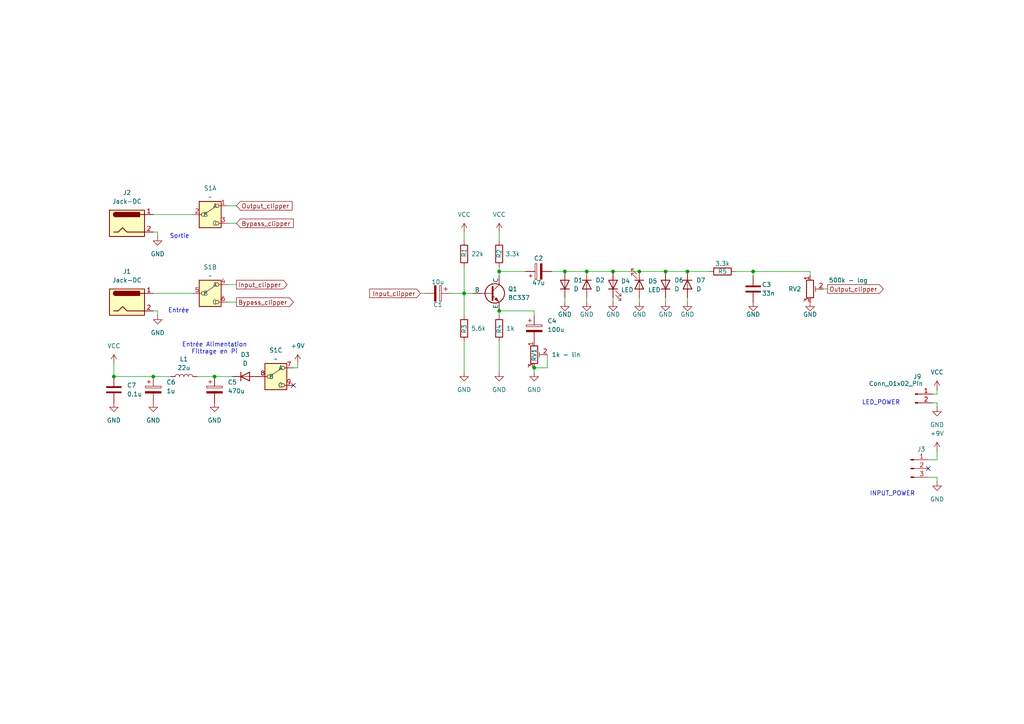
<source format=kicad_sch>
(kicad_sch (version 20250114) (generator "eeschema") (generator_version "9.0")
  (paper "A4")
  (lib_symbols
    (symbol "Connector:Conn_01x02_Pin" (pin_names (offset 1.016) (hide yes))
      (property "Reference" "J" (at 0 2.54 0))
      (property "Value" "Conn_01x02_Pin" (at 0 -5.08 0))
      (symbol "Conn_01x02_Pin_1_1"
        (rectangle (start 0.8636 0.127) (end 0 -0.127) (stroke (width 0.1524)) (fill (type outline)))
        (rectangle (start 0.8636 -2.413) (end 0 -2.667) (stroke (width 0.1524)) (fill (type outline)))
        (polyline (pts (xy 1.27 0) (xy 0.8636 0)) (stroke (width 0.1524)))
        (polyline (pts (xy 1.27 -2.54) (xy 0.8636 -2.54)) (stroke (width 0.1524)))
        (pin passive line (at 5.08 0 180) (length 3.81) (name "Pin_1") (number "1"))
        (pin passive line (at 5.08 -2.54 180) (length 3.81) (name "Pin_2") (number "2"))
      )
    )
    (symbol "Connector:Conn_01x03_Pin" (pin_names (offset 1.016) (hide yes))
      (property "Reference" "J" (at 0 5.08 0))
      (property "Value" "Conn_01x03_Pin" (at 0 -5.08 0))
      (symbol "Conn_01x03_Pin_1_1"
        (rectangle (start 0.8636 2.667) (end 0 2.413) (stroke (width 0.1524)) (fill (type outline)))
        (rectangle (start 0.8636 0.127) (end 0 -0.127) (stroke (width 0.1524)) (fill (type outline)))
        (rectangle (start 0.8636 -2.413) (end 0 -2.667) (stroke (width 0.1524)) (fill (type outline)))
        (polyline (pts (xy 1.27 2.54) (xy 0.8636 2.54)) (stroke (width 0.1524)))
        (polyline (pts (xy 1.27 0) (xy 0.8636 0)) (stroke (width 0.1524)))
        (polyline (pts (xy 1.27 -2.54) (xy 0.8636 -2.54)) (stroke (width 0.1524)))
        (pin passive line (at 5.08 2.54 180) (length 3.81) (name "Pin_1") (number "1"))
        (pin passive line (at 5.08 0 180) (length 3.81) (name "Pin_2") (number "2"))
        (pin passive line (at 5.08 -2.54 180) (length 3.81) (name "Pin_3") (number "3"))
      )
    )
    (symbol "Connector:Jack-DC" (pin_names (offset 1.016))
      (property "Reference" "J" (at 0 5.334 0))
      (property "Value" "Jack-DC" (at 0 -5.08 0))
      (symbol "Jack-DC_0_1"
        (rectangle (start -5.08 3.81) (end 5.08 -3.81) (stroke (width 0.254)) (fill (type background)))
        (polyline (pts (xy -3.81 -2.54) (xy -2.54 -2.54) (xy -1.27 -1.27) (xy 0 -2.54) (xy 2.54 -2.54) (xy 5.08 -2.54)) (stroke (width 0.254)))
        (arc (start -3.302 1.905) (mid -3.9343 2.54) (end -3.302 3.175) (stroke (width 0.254)))
        (arc (start -3.302 1.905) (mid -3.9343 2.54) (end -3.302 3.175) (stroke (width 0.254)) (fill (type outline)))
        (rectangle (start 3.683 3.175) (end -3.302 1.905) (stroke (width 0.254)) (fill (type outline)))
        (polyline (pts (xy 5.08 2.54) (xy 3.81 2.54)) (stroke (width 0.254)))
      )
      (symbol "Jack-DC_1_1"
        (pin passive line (at 7.62 2.54 180) (length 2.54) (name "~") (number "1"))
        (pin passive line (at 7.62 -2.54 180) (length 2.54) (name "~") (number "2"))
      )
    )
    (symbol "Device:C" (pin_numbers (hide yes)) (pin_names (offset 0.254))
      (property "Reference" "C" (at 0.635 2.54 0))
      (property "Value" "C" (at 0.635 -2.54 0))
      (symbol "C_0_1"
        (polyline (pts (xy -2.032 0.762) (xy 2.032 0.762)) (stroke (width 0.508)))
        (polyline (pts (xy -2.032 -0.762) (xy 2.032 -0.762)) (stroke (width 0.508)))
      )
      (symbol "C_1_1"
        (pin passive line (at 0 3.81 270) (length 2.794) (name "~") (number "1"))
        (pin passive line (at 0 -3.81 90) (length 2.794) (name "~") (number "2"))
      )
    )
    (symbol "Device:C_Polarized" (pin_numbers (hide yes)) (pin_names (offset 0.254))
      (property "Reference" "C" (at 0.635 2.54 0))
      (property "Value" "C_Polarized" (at 0.635 -2.54 0))
      (symbol "C_Polarized_0_1"
        (rectangle (start -2.286 0.508) (end 2.286 1.016))
        (polyline (pts (xy -1.778 2.286) (xy -0.762 2.286)))
        (polyline (pts (xy -1.27 2.794) (xy -1.27 1.778)))
        (rectangle (start 2.286 -0.508) (end -2.286 -1.016) (fill (type outline)))
      )
      (symbol "C_Polarized_1_1"
        (pin passive line (at 0 3.81 270) (length 2.794) (name "~") (number "1"))
        (pin passive line (at 0 -3.81 90) (length 2.794) (name "~") (number "2"))
      )
    )
    (symbol "Device:D" (pin_numbers (hide yes)) (pin_names (offset 1.016) (hide yes))
      (property "Reference" "D" (at 0 2.54 0))
      (property "Value" "D" (at 0 -2.54 0))
      (symbol "D_0_1"
        (polyline (pts (xy -1.27 1.27) (xy -1.27 -1.27)) (stroke (width 0.254)))
        (polyline (pts (xy 1.27 1.27) (xy 1.27 -1.27) (xy -1.27 0) (xy 1.27 1.27)) (stroke (width 0.254)))
        (polyline (pts (xy 1.27 0) (xy -1.27 0)))
      )
      (symbol "D_1_1"
        (pin passive line (at -3.81 0 0) (length 2.54) (name "K") (number "1"))
        (pin passive line (at 3.81 0 180) (length 2.54) (name "A") (number "2"))
      )
    )
    (symbol "Device:L" (pin_numbers (hide yes)) (pin_names (offset 1.016) (hide yes))
      (property "Reference" "L" (at -1.27 0 90))
      (property "Value" "L" (at 1.905 0 90))
      (symbol "L_0_1"
        (arc (start 0 2.54) (mid 0.6323 1.905) (end 0 1.27))
        (arc (start 0 1.27) (mid 0.6323 0.635) (end 0 0))
        (arc (start 0 0) (mid 0.6323 -0.635) (end 0 -1.27))
        (arc (start 0 -1.27) (mid 0.6323 -1.905) (end 0 -2.54))
      )
      (symbol "L_1_1"
        (pin passive line (at 0 3.81 270) (length 1.27) (name "1") (number "1"))
        (pin passive line (at 0 -3.81 90) (length 1.27) (name "2") (number "2"))
      )
    )
    (symbol "Device:LED" (pin_numbers (hide yes)) (pin_names (offset 1.016) (hide yes))
      (property "Reference" "D" (at 0 2.54 0))
      (property "Value" "LED" (at 0 -2.54 0))
      (symbol "LED_0_1"
        (polyline (pts (xy -3.048 -0.762) (xy -4.572 -2.286) (xy -3.81 -2.286) (xy -4.572 -2.286) (xy -4.572 -1.524)))
        (polyline (pts (xy -1.778 -0.762) (xy -3.302 -2.286) (xy -2.54 -2.286) (xy -3.302 -2.286) (xy -3.302 -1.524)))
        (polyline (pts (xy -1.27 0) (xy 1.27 0)))
        (polyline (pts (xy -1.27 -1.27) (xy -1.27 1.27)) (stroke (width 0.254)))
        (polyline (pts (xy 1.27 -1.27) (xy 1.27 1.27) (xy -1.27 0) (xy 1.27 -1.27)) (stroke (width 0.254)))
      )
      (symbol "LED_1_1"
        (pin passive line (at -3.81 0 0) (length 2.54) (name "K") (number "1"))
        (pin passive line (at 3.81 0 180) (length 2.54) (name "A") (number "2"))
      )
    )
    (symbol "Device:R" (pin_numbers (hide yes)) (pin_names (offset 0))
      (property "Reference" "R" (at 2.032 0 90))
      (property "Value" "R" (at 0 0 90))
      (symbol "R_0_1"
        (rectangle (start -1.016 -2.54) (end 1.016 2.54) (stroke (width 0.254)))
      )
      (symbol "R_1_1"
        (pin passive line (at 0 3.81 270) (length 1.27) (name "~") (number "1"))
        (pin passive line (at 0 -3.81 90) (length 1.27) (name "~") (number "2"))
      )
    )
    (symbol "Device:R_Potentiometer_Trim" (pin_names (offset 1.016) (hide yes))
      (property "Reference" "RV" (at -4.445 0 90))
      (property "Value" "R_Potentiometer_Trim" (at -2.54 0 90))
      (symbol "R_Potentiometer_Trim_0_1"
        (rectangle (start 1.016 2.54) (end -1.016 -2.54) (stroke (width 0.254)))
        (polyline (pts (xy 1.524 0.762) (xy 1.524 -0.762)))
        (polyline (pts (xy 2.54 0) (xy 1.524 0)))
      )
      (symbol "R_Potentiometer_Trim_1_1"
        (pin passive line (at 0 3.81 270) (length 1.27) (name "1") (number "1"))
        (pin passive line (at 0 -3.81 90) (length 1.27) (name "3") (number "3"))
        (pin passive line (at 3.81 0 180) (length 1.27) (name "2") (number "2"))
      )
    )
    (symbol "Simulation_SPICE:NPN" (pin_numbers (hide yes)) (pin_names (offset 0))
      (property "Reference" "Q" (at -2.54 7.62 0))
      (property "Value" "NPN" (at -2.54 5.08 0))
      (symbol "NPN_0_1"
        (polyline (pts (xy -2.54 0) (xy 0.635 0)) (stroke (width 0.1524)))
        (polyline (pts (xy 0.635 1.905) (xy 0.635 -1.905) (xy 0.635 -1.905)) (stroke (width 0.508)))
        (polyline (pts (xy 0.635 0.635) (xy 2.54 2.54)))
        (polyline (pts (xy 0.635 -0.635) (xy 2.54 -2.54) (xy 2.54 -2.54)))
        (circle (center 1.27 0) (radius 2.8194) (stroke (width 0.254)))
        (polyline (pts (xy 1.27 -1.778) (xy 1.778 -1.27) (xy 2.286 -2.286) (xy 1.27 -1.778) (xy 1.27 -1.778)) (fill (type outline)))
        (polyline (pts (xy 2.794 -1.27) (xy 2.794 -1.27)) (stroke (width 0.1524)))
        (polyline (pts (xy 2.794 -1.27) (xy 2.794 -1.27)) (stroke (width 0.1524)))
      )
      (symbol "NPN_1_1"
        (pin input line (at -5.08 0 0) (length 2.54) (name "B") (number "2"))
        (pin open_collector line (at 2.54 5.08 270) (length 2.54) (name "C") (number "1"))
        (pin open_emitter line (at 2.54 -5.08 90) (length 2.54) (name "E") (number "3"))
      )
    )
    (symbol "pedale:SW_DPDT_x3"
      (property "Reference" "S" (at 0 5.08 0))
      (symbol "SW_DPDT_x3_0_0"
        (circle (center -2.032 0) (radius 0.508))
        (circle (center 2.032 -2.54) (radius 0.508))
      )
      (symbol "SW_DPDT_x3_0_1"
        (rectangle (start -3.175 3.81) (end 3.175 -3.81) (stroke (width 0.254)) (fill (type background)))
        (polyline (pts (xy -1.524 0.254) (xy 1.5748 2.286)))
        (circle (center 2.032 2.54) (radius 0.508))
      )
      (symbol "SW_DPDT_x3_1_1"
        (pin passive line (at -5.08 0 0) (length 2.54) (name "B") (number "2"))
        (pin passive line (at 5.08 2.54 180) (length 2.54) (name "A") (number "1"))
        (pin passive line (at 5.08 -2.54 180) (length 2.54) (name "C") (number "3"))
      )
      (symbol "SW_DPDT_x3_2_1"
        (pin passive line (at -5.08 0 0) (length 2.54) (name "B") (number "5"))
        (pin passive line (at 5.08 2.54 180) (length 2.54) (name "A") (number "4"))
        (pin passive line (at 5.08 -2.54 180) (length 2.54) (name "C") (number "6"))
      )
      (symbol "SW_DPDT_x3_3_1"
        (pin passive line (at -5.08 0 0) (length 2.54) (name "B") (number "8"))
        (pin passive line (at 5.08 2.54 180) (length 2.54) (name "A") (number "7"))
        (pin passive line (at 5.08 -2.54 180) (length 2.54) (name "C") (number "9"))
      )
    )
    (symbol "power:+9V" (power) (pin_numbers (hide yes)) (pin_names (offset 0) (hide yes))
      (property "Value" "+9V" (at 0 3.556 0))
      (symbol "+9V_0_1"
        (polyline (pts (xy -0.762 1.27) (xy 0 2.54)))
        (polyline (pts (xy 0 2.54) (xy 0.762 1.27)))
        (polyline (pts (xy 0 0) (xy 0 2.54)))
      )
      (symbol "+9V_1_1"
        (pin power_in line (at 0 0 90) (length 0) (name "~") (number "1"))
      )
    )
    (symbol "power:GND" (power) (pin_numbers (hide yes)) (pin_names (offset 0) (hide yes))
      (property "Value" "GND" (at 0 -3.81 0))
      (symbol "GND_0_1"
        (polyline (pts (xy 0 0) (xy 0 -1.27) (xy 1.27 -1.27) (xy 0 -2.54) (xy -1.27 -1.27) (xy 0 -1.27)))
      )
      (symbol "GND_1_1"
        (pin power_in line (at 0 0 270) (length 0) (name "~") (number "1"))
      )
    )
    (symbol "power:VCC" (power) (pin_numbers (hide yes)) (pin_names (offset 0) (hide yes))
      (property "Value" "VCC" (at 0 3.556 0))
      (symbol "VCC_0_1"
        (polyline (pts (xy -0.762 1.27) (xy 0 2.54)))
        (polyline (pts (xy 0 2.54) (xy 0.762 1.27)))
        (polyline (pts (xy 0 0) (xy 0 2.54)))
      )
      (symbol "VCC_1_1"
        (pin power_in line (at 0 0 90) (length 0) (name "~") (number "1"))
      )
    )
  )
  (text "INPUT_POWER" (at 258.826 143.256 0) (effects (font (size 1.27 1.27))))
  (text "Entrée Alimentation\nFiltrage en Pi\n" (at 62.23 101.092 0) (effects (font (size 1.27 1.27))))
  (text "Entrée\n" (at 51.816 90.17 0) (effects (font (size 1.27 1.27))))
  (text "LED_POWER" (at 255.524 116.84 0) (effects (font (size 1.27 1.27))))
  (text "Sortie\n" (at 52.07 68.58 0) (effects (font (size 1.27 1.27))))
  (junction (at 185.42 78.74))
  (junction (at 33.02 109.22))
  (junction (at 193.04 78.74))
  (junction (at 144.78 78.74))
  (junction (at 199.39 78.74))
  (junction (at 177.8 78.74))
  (junction (at 62.23 109.22))
  (junction (at 163.83 78.74))
  (junction (at 134.62 85.09))
  (junction (at 170.18 78.74))
  (junction (at 154.94 106.68))
  (junction (at 44.45 109.22))
  (junction (at 218.44 78.74))
  (junction (at 144.78 90.17))
  (no_connect (at 269.24 135.89))
  (no_connect (at 85.09 111.76))
  (wire (pts (xy 144.78 90.17) (xy 144.78 91.44)))
  (wire (pts (xy 134.62 99.06) (xy 134.62 107.95)))
  (wire (pts (xy 68.58 82.55) (xy 66.04 82.55)))
  (wire (pts (xy 45.72 67.31) (xy 45.72 68.58)))
  (wire (pts (xy 154.94 106.68) (xy 158.75 106.68)))
  (wire (pts (xy 44.45 62.23) (xy 55.88 62.23)))
  (wire (pts (xy 57.15 109.22) (xy 62.23 109.22)))
  (wire (pts (xy 45.72 90.17) (xy 45.72 91.44)))
  (wire (pts (xy 177.8 78.74) (xy 185.42 78.74)))
  (wire (pts (xy 218.44 78.74) (xy 218.44 80.01)))
  (wire (pts (xy 144.78 78.74) (xy 144.78 80.01)))
  (wire (pts (xy 121.92 85.09) (xy 123.19 85.09)))
  (wire (pts (xy 170.18 86.36) (xy 170.18 87.63)))
  (wire (pts (xy 85.09 106.68) (xy 86.36 106.68)))
  (wire (pts (xy 44.45 85.09) (xy 55.88 85.09)))
  (wire (pts (xy 68.58 87.63) (xy 66.04 87.63)))
  (wire (pts (xy 177.8 86.36) (xy 177.8 87.63)))
  (wire (pts (xy 144.78 99.06) (xy 144.78 107.95)))
  (wire (pts (xy 238.76 83.82) (xy 240.03 83.82)))
  (wire (pts (xy 234.95 80.01) (xy 234.95 78.74)))
  (wire (pts (xy 271.78 113.03) (xy 271.78 114.3)))
  (wire (pts (xy 134.62 85.09) (xy 137.16 85.09)))
  (wire (pts (xy 193.04 78.74) (xy 199.39 78.74)))
  (wire (pts (xy 199.39 78.74) (xy 205.74 78.74)))
  (wire (pts (xy 269.24 138.43) (xy 271.78 138.43)))
  (wire (pts (xy 271.78 116.84) (xy 271.78 118.11)))
  (wire (pts (xy 134.62 77.47) (xy 134.62 85.09)))
  (wire (pts (xy 199.39 86.36) (xy 199.39 87.63)))
  (wire (pts (xy 185.42 78.74) (xy 193.04 78.74)))
  (wire (pts (xy 218.44 78.74) (xy 234.95 78.74)))
  (wire (pts (xy 134.62 67.31) (xy 134.62 69.85)))
  (wire (pts (xy 270.51 114.3) (xy 271.78 114.3)))
  (wire (pts (xy 163.83 78.74) (xy 170.18 78.74)))
  (wire (pts (xy 154.94 91.44) (xy 154.94 90.17)))
  (wire (pts (xy 86.36 105.41) (xy 86.36 106.68)))
  (wire (pts (xy 68.58 64.77) (xy 66.04 64.77)))
  (wire (pts (xy 144.78 77.47) (xy 144.78 78.74)))
  (wire (pts (xy 269.24 133.35) (xy 271.78 133.35)))
  (wire (pts (xy 185.42 86.36) (xy 185.42 87.63)))
  (wire (pts (xy 213.36 78.74) (xy 218.44 78.74)))
  (wire (pts (xy 68.58 59.69) (xy 66.04 59.69)))
  (wire (pts (xy 193.04 86.36) (xy 193.04 87.63)))
  (wire (pts (xy 44.45 109.22) (xy 49.53 109.22)))
  (wire (pts (xy 154.94 106.68) (xy 154.94 107.95)))
  (wire (pts (xy 158.75 102.87) (xy 158.75 106.68)))
  (wire (pts (xy 33.02 109.22) (xy 44.45 109.22)))
  (wire (pts (xy 144.78 78.74) (xy 152.4 78.74)))
  (wire (pts (xy 170.18 78.74) (xy 177.8 78.74)))
  (wire (pts (xy 44.45 67.31) (xy 45.72 67.31)))
  (wire (pts (xy 163.83 86.36) (xy 163.83 87.63)))
  (wire (pts (xy 271.78 130.81) (xy 271.78 133.35)))
  (wire (pts (xy 67.31 109.22) (xy 62.23 109.22)))
  (wire (pts (xy 270.51 116.84) (xy 271.78 116.84)))
  (wire (pts (xy 144.78 90.17) (xy 154.94 90.17)))
  (wire (pts (xy 134.62 85.09) (xy 134.62 91.44)))
  (wire (pts (xy 160.02 78.74) (xy 163.83 78.74)))
  (wire (pts (xy 44.45 90.17) (xy 45.72 90.17)))
  (wire (pts (xy 33.02 105.41) (xy 33.02 109.22)))
  (wire (pts (xy 144.78 67.31) (xy 144.78 69.85)))
  (wire (pts (xy 271.78 138.43) (xy 271.78 139.7)))
  (wire (pts (xy 130.81 85.09) (xy 134.62 85.09)))
  (global_label "Bypass_clipper" (shape output) (at 68.58 87.63 0) (property "Intersheetrefs" "${INTERSHEET_REFS}" (effects (hide yes))))
  (global_label "Input_clipper" (shape output) (at 68.58 82.55 0) (property "Intersheetrefs" "${INTERSHEET_REFS}" (effects (hide yes))))
  (global_label "Bypass_clipper" (shape input) (at 68.58 64.77 0) (property "Intersheetrefs" "${INTERSHEET_REFS}" (effects (hide yes))))
  (global_label "Output_clipper" (shape output) (at 240.03 83.82 0) (property "Intersheetrefs" "${INTERSHEET_REFS}" (effects (hide yes))))
  (global_label "Output_clipper" (shape input) (at 68.58 59.69 0) (property "Intersheetrefs" "${INTERSHEET_REFS}" (effects (hide yes))))
  (global_label "Input_clipper" (shape input) (at 121.92 85.09 180) (property "Intersheetrefs" "${INTERSHEET_REFS}" (effects (hide yes))))
  (symbol (lib_id "Device:R") (at 134.62 95.25 0) (unit 1)
    (property "Reference" "R3" (at 134.62 96.774 90) (effects (justify left)))
    (property "Value" "5.6k" (at 136.652 95.25 0) (effects (justify left)))
    (property "Footprint" "Resistor_THT:R_Axial_DIN0207_L6.3mm_D2.5mm_P10.16mm_Horizontal" (effects (hide yes)))
    (property "Description" "Resistor" (effects (hide yes)))
  )
  (symbol (lib_id "power:GND") (at 199.39 87.63 0) (unit 1)
    (property "Reference" "#PWR022" (effects (hide yes)))
    (property "Value" "GND" (at 199.39 91.186 0))
    (property "Description" "Power symbol creates a global label with name \"GND\" , ground" (effects (hide yes)))
  )
  (symbol (lib_id "power:VCC") (at 33.02 105.41 0) (mirror y) (unit 1)
    (property "Reference" "#PWR03" (effects (hide yes)))
    (property "Value" "VCC" (at 33.02 100.33 0))
    (property "Description" "Power symbol creates a global label with name \"VCC\"" (effects (hide yes)))
  )
  (symbol (lib_id "power:GND") (at 154.94 107.95 0) (unit 1)
    (property "Reference" "#PWR012" (effects (hide yes)))
    (property "Value" "GND" (at 154.94 113.03 0))
    (property "Description" "Power symbol creates a global label with name \"GND\" , ground" (effects (hide yes)))
  )
  (symbol (lib_id "power:VCC") (at 271.78 113.03 0) (mirror y) (unit 1)
    (property "Reference" "#PWR039" (effects (hide yes)))
    (property "Value" "VCC" (at 271.78 107.95 0))
    (property "Description" "Power symbol creates a global label with name \"VCC\"" (effects (hide yes)))
  )
  (symbol (lib_id "power:GND") (at 234.95 87.63 0) (unit 1)
    (property "Reference" "#PWR013" (effects (hide yes)))
    (property "Value" "GND" (at 234.95 91.186 0))
    (property "Description" "Power symbol creates a global label with name \"GND\" , ground" (effects (hide yes)))
  )
  (symbol (lib_id "Connector:Jack-DC") (at 36.83 87.63 0) (unit 1)
    (property "Reference" "J1" (at 36.83 78.74 0))
    (property "Value" "Jack-DC" (at 36.83 81.28 0))
    (property "Footprint" "Connector_PinHeader_2.54mm:PinHeader_1x02_P2.54mm_Vertical" (effects (hide yes)))
    (property "Description" "DC Barrel Jack" (effects (hide yes)))
  )
  (symbol (lib_id "power:GND") (at 185.42 87.63 0) (unit 1)
    (property "Reference" "#PWR020" (effects (hide yes)))
    (property "Value" "GND" (at 185.42 91.186 0))
    (property "Description" "Power symbol creates a global label with name \"GND\" , ground" (effects (hide yes)))
  )
  (symbol (lib_id "pedale:SW_DPDT_x3") (at 60.96 62.23 0) (unit 1)
    (property "Reference" "S1" (at 60.96 54.61 0))
    (property "Value" "~" (at 60.96 57.15 0))
    (property "Footprint" "Perso:Switch_Principal" (effects (hide yes)))
  )
  (symbol (lib_id "Device:C_Polarized") (at 127 85.09 270) (unit 1)
    (property "Reference" "C1" (at 127 88.392 90))
    (property "Value" "10u" (at 127 81.788 90))
    (property "Footprint" "Capacitor_THT:CP_Radial_D4.0mm_P2.00mm" (effects (hide yes)))
    (property "Description" "Polarized capacitor" (effects (hide yes)))
  )
  (symbol (lib_id "Device:R") (at 209.55 78.74 90) (unit 1)
    (property "Reference" "R5" (at 209.55 78.74 90))
    (property "Value" "3.3k" (at 209.55 76.454 90))
    (property "Footprint" "Resistor_THT:R_Axial_DIN0207_L6.3mm_D2.5mm_P10.16mm_Horizontal" (effects (hide yes)))
    (property "Description" "Resistor" (effects (hide yes)))
  )
  (symbol (lib_id "Device:LED") (at 185.42 82.55 270) (unit 1)
    (property "Reference" "D5" (at 187.96 81.534 90) (effects (justify left)))
    (property "Value" "LED" (at 187.96 84.074 90) (effects (justify left)))
    (property "Footprint" "LED_THT:LED_D3.0mm" (effects (hide yes)))
    (property "Description" "Light emitting diode" (effects (hide yes)))
    (property "Sim.Pins" "1=K 2=A" (effects (hide yes)))
  )
  (symbol (lib_id "Device:R_Potentiometer_Trim") (at 234.95 83.82 0) (unit 1)
    (property "Reference" "RV2" (at 232.41 83.82 0) (effects (justify right)))
    (property "Value" "500k - log" (at 251.714 81.28 0) (effects (justify right)))
    (property "Footprint" "Connector_PinHeader_2.54mm:PinHeader_1x03_P2.54mm_Vertical" (effects (hide yes)))
    (property "Description" "Trim-potentiometer" (effects (hide yes)))
  )
  (symbol (lib_id "power:GND") (at 163.83 87.63 0) (unit 1)
    (property "Reference" "#PWR07" (effects (hide yes)))
    (property "Value" "GND" (at 163.83 91.186 0))
    (property "Description" "Power symbol creates a global label with name \"GND\" , ground" (effects (hide yes)))
  )
  (symbol (lib_id "power:GND") (at 177.8 87.63 0) (unit 1)
    (property "Reference" "#PWR019" (effects (hide yes)))
    (property "Value" "GND" (at 177.8 91.186 0))
    (property "Description" "Power symbol creates a global label with name \"GND\" , ground" (effects (hide yes)))
  )
  (symbol (lib_id "Device:R") (at 144.78 73.66 0) (unit 1)
    (property "Reference" "R2" (at 144.78 74.93 90) (effects (justify left)))
    (property "Value" "3.3k" (at 146.558 73.66 0) (effects (justify left)))
    (property "Footprint" "Resistor_THT:R_Axial_DIN0207_L6.3mm_D2.5mm_P10.16mm_Horizontal" (effects (hide yes)))
    (property "Description" "Resistor" (effects (hide yes)))
  )
  (symbol (lib_id "Device:D") (at 170.18 82.55 270) (unit 1)
    (property "Reference" "D2" (at 172.72 81.2799 90) (effects (justify left)))
    (property "Value" "D" (at 172.72 83.8199 90) (effects (justify left)))
    (property "Footprint" "Diode_THT:D_DO-41_SOD81_P10.16mm_Horizontal" (effects (hide yes)))
    (property "Description" "Diode" (effects (hide yes)))
    (property "Sim.Device" "D" (effects (hide yes)))
    (property "Sim.Pins" "1=K 2=A" (effects (hide yes)))
  )
  (symbol (lib_id "Device:LED") (at 177.8 82.55 90) (unit 1)
    (property "Reference" "D4" (at 180.086 81.534 90) (effects (justify right)))
    (property "Value" "LED" (at 180.086 84.074 90) (effects (justify right)))
    (property "Footprint" "LED_THT:LED_D3.0mm" (effects (hide yes)))
    (property "Description" "Light emitting diode" (effects (hide yes)))
    (property "Sim.Pins" "1=K 2=A" (effects (hide yes)))
  )
  (symbol (lib_id "power:GND") (at 45.72 91.44 0) (unit 1)
    (property "Reference" "#PWR05" (effects (hide yes)))
    (property "Value" "GND" (at 45.72 96.52 0))
    (property "Description" "Power symbol creates a global label with name \"GND\" , ground" (effects (hide yes)))
  )
  (symbol (lib_id "Simulation_SPICE:NPN") (at 142.24 85.09 0) (unit 1)
    (property "Reference" "Q1" (at 147.32 83.8199 0) (effects (justify left)))
    (property "Value" "BC337" (at 147.32 86.3599 0) (effects (justify left)))
    (property "Footprint" "Package_TO_SOT_THT:TO-92_HandSolder" (effects (hide yes)))
    (property "Datasheet" "https://ngspice.sourceforge.io/docs/ngspice-html-manual/manual.xhtml#cha_BJTs" (effects (hide yes)))
    (property "Description" "Bipolar transistor symbol for simulation only, substrate tied to the emitter" (effects (hide yes)))
    (property "Sim.Device" "NPN" (effects (hide yes)))
    (property "Sim.Type" "GUMMELPOON" (effects (hide yes)))
    (property "Sim.Pins" "1=C 2=B 3=E" (effects (hide yes)))
  )
  (symbol (lib_id "power:GND") (at 170.18 87.63 0) (unit 1)
    (property "Reference" "#PWR08" (effects (hide yes)))
    (property "Value" "GND" (at 170.18 91.186 0))
    (property "Description" "Power symbol creates a global label with name \"GND\" , ground" (effects (hide yes)))
  )
  (symbol (lib_id "Connector:Conn_01x03_Pin") (at 264.16 135.89 0) (unit 1)
    (property "Reference" "J3" (at 267.208 130.302 0))
    (property "Value" "Conn_01x03_Pin" (effects (hide yes)))
    (property "Footprint" "Connector_PinHeader_2.54mm:PinHeader_1x03_P2.54mm_Vertical" (effects (hide yes)))
    (property "Description" "Generic connector, single row, 01x03, script generated" (effects (hide yes)))
  )
  (symbol (lib_id "Device:R") (at 144.78 95.25 0) (unit 1)
    (property "Reference" "R4" (at 144.78 96.774 90) (effects (justify left)))
    (property "Value" "1k" (at 146.812 95.25 0) (effects (justify left)))
    (property "Footprint" "Resistor_THT:R_Axial_DIN0207_L6.3mm_D2.5mm_P10.16mm_Horizontal" (effects (hide yes)))
    (property "Description" "Resistor" (effects (hide yes)))
  )
  (symbol (lib_id "power:GND") (at 271.78 118.11 0) (unit 1)
    (property "Reference" "#PWR040" (effects (hide yes)))
    (property "Value" "GND" (at 271.78 123.19 0))
    (property "Description" "Power symbol creates a global label with name \"GND\" , ground" (effects (hide yes)))
  )
  (symbol (lib_id "power:GND") (at 271.78 139.7 0) (unit 1)
    (property "Reference" "#PWR018" (effects (hide yes)))
    (property "Value" "GND" (at 271.78 144.78 0))
    (property "Description" "Power symbol creates a global label with name \"GND\" , ground" (effects (hide yes)))
  )
  (symbol (lib_id "Device:R") (at 134.62 73.66 0) (unit 1)
    (property "Reference" "R1" (at 134.62 74.676 90) (effects (justify left)))
    (property "Value" "22k" (at 136.652 73.66 0) (effects (justify left)))
    (property "Footprint" "Resistor_THT:R_Axial_DIN0207_L6.3mm_D2.5mm_P10.16mm_Horizontal" (effects (hide yes)))
    (property "Description" "Resistor" (effects (hide yes)))
  )
  (symbol (lib_id "power:GND") (at 144.78 107.95 0) (unit 1)
    (property "Reference" "#PWR06" (effects (hide yes)))
    (property "Value" "GND" (at 144.78 113.03 0))
    (property "Description" "Power symbol creates a global label with name \"GND\" , ground" (effects (hide yes)))
  )
  (symbol (lib_id "Device:C_Polarized") (at 44.45 113.03 0) (unit 1)
    (property "Reference" "C6" (at 48.26 110.8709 0) (effects (justify left)))
    (property "Value" "1u" (at 48.26 113.4109 0) (effects (justify left)))
    (property "Footprint" "Capacitor_THT:CP_Radial_D5.0mm_P2.00mm" (effects (hide yes)))
    (property "Description" "Polarized capacitor" (effects (hide yes)))
  )
  (symbol (lib_id "power:GND") (at 33.02 116.84 0) (unit 1)
    (property "Reference" "#PWR014" (effects (hide yes)))
    (property "Value" "GND" (at 33.02 121.92 0))
    (property "Description" "Power symbol creates a global label with name \"GND\" , ground" (effects (hide yes)))
  )
  (symbol (lib_id "power:+9V") (at 271.78 130.81 0) (unit 1)
    (property "Reference" "#PWR017" (effects (hide yes)))
    (property "Value" "+9V" (at 271.78 125.73 0))
    (property "Description" "Power symbol creates a global label with name \"+9V\"" (effects (hide yes)))
  )
  (symbol (lib_id "power:GND") (at 134.62 107.95 0) (unit 1)
    (property "Reference" "#PWR02" (effects (hide yes)))
    (property "Value" "GND" (at 134.62 113.03 0))
    (property "Description" "Power symbol creates a global label with name \"GND\" , ground" (effects (hide yes)))
  )
  (symbol (lib_id "Device:D") (at 199.39 82.55 270) (unit 1)
    (property "Reference" "D7" (at 201.93 81.2799 90) (effects (justify left)))
    (property "Value" "D" (at 201.93 83.8199 90) (effects (justify left)))
    (property "Footprint" "Diode_THT:D_A-405_P10.16mm_Horizontal" (effects (hide yes)))
    (property "Description" "Diode" (effects (hide yes)))
    (property "Sim.Device" "D" (effects (hide yes)))
    (property "Sim.Pins" "1=K 2=A" (effects (hide yes)))
  )
  (symbol (lib_id "Device:D") (at 163.83 82.55 90) (unit 1)
    (property "Reference" "D1" (at 166.37 81.2799 90) (effects (justify right)))
    (property "Value" "D" (at 166.37 83.8199 90) (effects (justify right)))
    (property "Footprint" "Diode_THT:D_DO-41_SOD81_P10.16mm_Horizontal" (effects (hide yes)))
    (property "Description" "Diode" (effects (hide yes)))
    (property "Sim.Device" "D" (effects (hide yes)))
    (property "Sim.Pins" "1=K 2=A" (effects (hide yes)))
  )
  (symbol (lib_id "power:GND") (at 45.72 68.58 0) (unit 1)
    (property "Reference" "#PWR04" (effects (hide yes)))
    (property "Value" "GND" (at 45.72 73.66 0))
    (property "Description" "Power symbol creates a global label with name \"GND\" , ground" (effects (hide yes)))
  )
  (symbol (lib_id "Device:C") (at 218.44 83.82 0) (unit 1)
    (property "Reference" "C3" (at 220.98 82.55 0) (effects (justify left)))
    (property "Value" "33n" (at 220.98 85.09 0) (effects (justify left)))
    (property "Footprint" "Perso:CAP_C322_KEM" (effects (hide yes)))
    (property "Description" "Unpolarized capacitor" (effects (hide yes)))
  )
  (symbol (lib_id "power:VCC") (at 134.62 67.31 0) (mirror y) (unit 1)
    (property "Reference" "#PWR09" (effects (hide yes)))
    (property "Value" "VCC" (at 134.62 62.23 0))
    (property "Description" "Power symbol creates a global label with name \"VCC\"" (effects (hide yes)))
  )
  (symbol (lib_id "power:GND") (at 44.45 116.84 0) (unit 1)
    (property "Reference" "#PWR015" (effects (hide yes)))
    (property "Value" "GND" (at 44.45 121.92 0))
    (property "Description" "Power symbol creates a global label with name \"GND\" , ground" (effects (hide yes)))
  )
  (symbol (lib_id "pedale:SW_DPDT_x3") (at 80.01 109.22 0) (unit 3)
    (property "Reference" "S1" (at 80.01 101.6 0))
    (property "Value" "~" (at 80.01 104.14 0))
    (property "Footprint" "Perso:Switch_Principal" (effects (hide yes)))
  )
  (symbol (lib_id "power:GND") (at 218.44 87.63 0) (unit 1)
    (property "Reference" "#PWR011" (effects (hide yes)))
    (property "Value" "GND" (at 218.44 91.186 0))
    (property "Description" "Power symbol creates a global label with name \"GND\" , ground" (effects (hide yes)))
  )
  (symbol (lib_id "Connector:Conn_01x02_Pin") (at 265.43 114.3 0) (unit 1)
    (property "Reference" "J9" (at 266.065 109.22 0))
    (property "Value" "Conn_01x02_Pin" (at 259.842 111.252 0))
    (property "Footprint" "Connector_PinHeader_2.54mm:PinHeader_1x02_P2.54mm_Vertical" (effects (hide yes)))
    (property "Description" "Generic connector, single row, 01x02, script generated" (effects (hide yes)))
  )
  (symbol (lib_id "Device:C_Polarized") (at 62.23 113.03 0) (unit 1)
    (property "Reference" "C5" (at 66.04 110.8709 0) (effects (justify left)))
    (property "Value" "470u" (at 66.04 113.4109 0) (effects (justify left)))
    (property "Footprint" "Capacitor_THT:CP_Radial_D8.0mm_P3.80mm" (effects (hide yes)))
    (property "Description" "Polarized capacitor" (effects (hide yes)))
  )
  (symbol (lib_id "Device:L") (at 53.34 109.22 90) (unit 1)
    (property "Reference" "L1" (at 53.34 104.14 90))
    (property "Value" "22u" (at 53.34 106.68 90))
    (property "Footprint" "Inductor_THT:L_Axial_L9.5mm_D4.0mm_P12.70mm_Horizontal_Fastron_SMCC" (effects (hide yes)))
    (property "Description" "Inductor" (effects (hide yes)))
  )
  (symbol (lib_id "power:GND") (at 193.04 87.63 0) (unit 1)
    (property "Reference" "#PWR021" (effects (hide yes)))
    (property "Value" "GND" (at 193.04 91.186 0))
    (property "Description" "Power symbol creates a global label with name \"GND\" , ground" (effects (hide yes)))
  )
  (symbol (lib_id "power:GND") (at 62.23 116.84 0) (unit 1)
    (property "Reference" "#PWR016" (effects (hide yes)))
    (property "Value" "GND" (at 62.23 121.92 0))
    (property "Description" "Power symbol creates a global label with name \"GND\" , ground" (effects (hide yes)))
  )
  (symbol (lib_id "Device:R_Potentiometer_Trim") (at 154.94 102.87 0) (unit 1)
    (property "Reference" "RV1" (at 154.94 101.092 90) (effects (justify right)))
    (property "Value" "1k - lin" (at 168.402 102.87 0) (effects (justify right)))
    (property "Footprint" "Connector_PinHeader_2.54mm:PinHeader_1x03_P2.54mm_Vertical" (effects (hide yes)))
    (property "Description" "Trim-potentiometer" (effects (hide yes)))
  )
  (symbol (lib_id "power:VCC") (at 144.78 67.31 0) (mirror y) (unit 1)
    (property "Reference" "#PWR010" (effects (hide yes)))
    (property "Value" "VCC" (at 144.78 62.23 0))
    (property "Description" "Power symbol creates a global label with name \"VCC\"" (effects (hide yes)))
  )
  (symbol (lib_id "Device:D") (at 193.04 82.55 90) (unit 1)
    (property "Reference" "D6" (at 195.58 81.2799 90) (effects (justify right)))
    (property "Value" "D" (at 195.58 83.8199 90) (effects (justify right)))
    (property "Footprint" "Diode_THT:D_A-405_P10.16mm_Horizontal" (effects (hide yes)))
    (property "Description" "Diode" (effects (hide yes)))
    (property "Sim.Device" "D" (effects (hide yes)))
    (property "Sim.Pins" "1=K 2=A" (effects (hide yes)))
  )
  (symbol (lib_id "Device:C_Polarized") (at 156.21 78.74 90) (unit 1)
    (property "Reference" "C2" (at 156.21 74.93 90))
    (property "Value" "47u" (at 156.21 82.042 90))
    (property "Footprint" "Capacitor_THT:CP_Radial_D5.0mm_P2.00mm" (effects (hide yes)))
    (property "Description" "Polarized capacitor" (effects (hide yes)))
  )
  (symbol (lib_id "Device:C") (at 33.02 113.03 0) (unit 1)
    (property "Reference" "C7" (at 36.83 111.7599 0) (effects (justify left)))
    (property "Value" "0.1u" (at 36.83 114.2999 0) (effects (justify left)))
    (property "Footprint" "Perso:CAP_C322_KEM" (effects (hide yes)))
    (property "Description" "Unpolarized capacitor" (effects (hide yes)))
  )
  (symbol (lib_id "Device:C_Polarized") (at 154.94 95.25 0) (unit 1)
    (property "Reference" "C4" (at 158.75 93.0909 0) (effects (justify left)))
    (property "Value" "100u" (at 158.75 95.6309 0) (effects (justify left)))
    (property "Footprint" "Capacitor_THT:CP_Radial_D5.0mm_P2.00mm" (effects (hide yes)))
    (property "Description" "Polarized capacitor" (effects (hide yes)))
  )
  (symbol (lib_id "Connector:Jack-DC") (at 36.83 64.77 0) (unit 1)
    (property "Reference" "J2" (at 36.83 55.88 0))
    (property "Value" "Jack-DC" (at 36.83 58.42 0))
    (property "Footprint" "Connector_PinHeader_2.54mm:PinHeader_1x02_P2.54mm_Vertical" (effects (hide yes)))
    (property "Description" "DC Barrel Jack" (effects (hide yes)))
  )
  (symbol (lib_id "Device:D") (at 71.12 109.22 0) (unit 1)
    (property "Reference" "D3" (at 71.12 102.87 0))
    (property "Value" "D" (at 71.12 105.41 0))
    (property "Footprint" "Diode_THT:D_DO-41_SOD81_P10.16mm_Horizontal" (effects (hide yes)))
    (property "Description" "Diode" (effects (hide yes)))
    (property "Sim.Device" "D" (effects (hide yes)))
    (property "Sim.Pins" "1=K 2=A" (effects (hide yes)))
  )
  (symbol (lib_id "power:+9V") (at 86.36 105.41 0) (unit 1)
    (property "Reference" "#PWR01" (effects (hide yes)))
    (property "Value" "+9V" (at 86.36 100.33 0))
    (property "Description" "Power symbol creates a global label with name \"+9V\"" (effects (hide yes)))
  )
  (symbol (lib_id "pedale:SW_DPDT_x3") (at 60.96 85.09 0) (unit 2)
    (property "Reference" "S1" (at 60.96 77.47 0))
    (property "Value" "~" (at 60.96 80.01 0))
    (property "Footprint" "Perso:Switch_Principal" (effects (hide yes)))
  )
)
</source>
